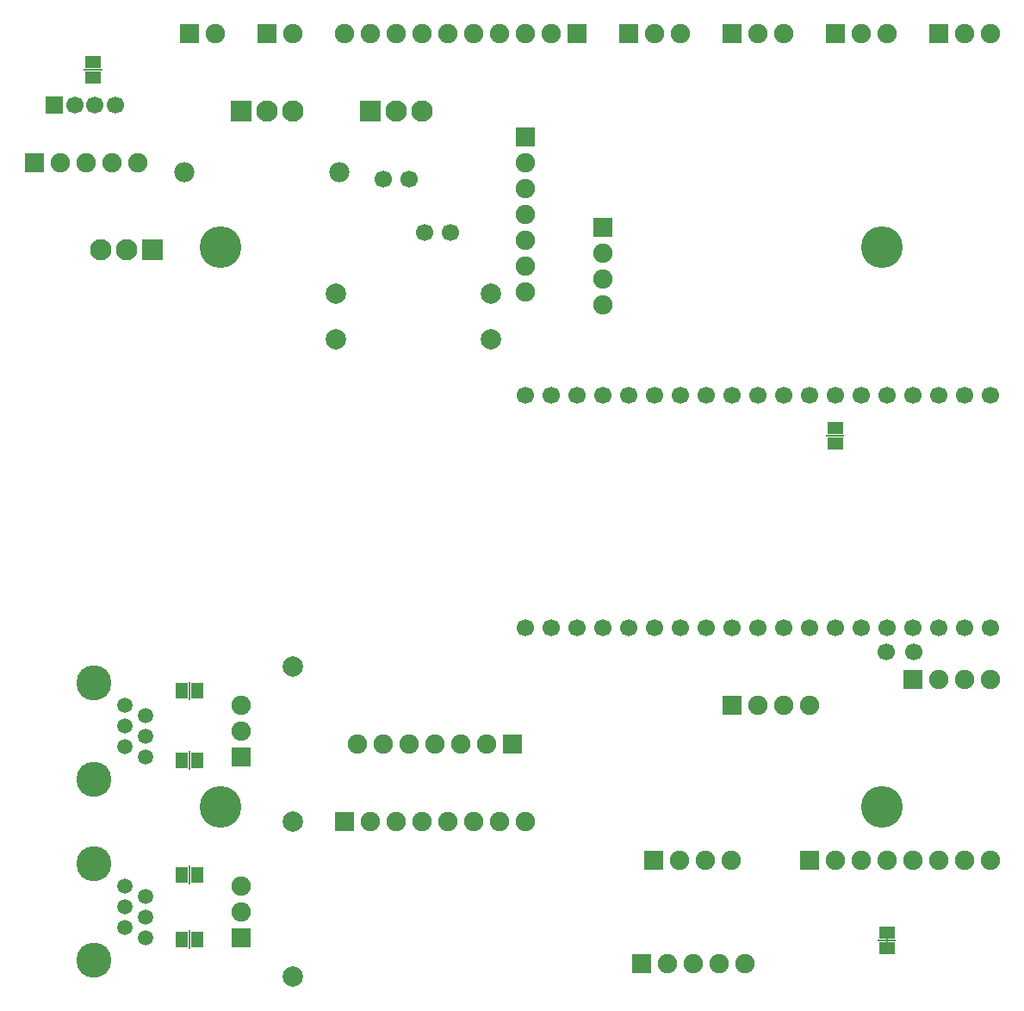
<source format=gbs>
G04 DipTrace 3.3.1.3*
G04 BottomMask.GBS*
%MOIN*%
G04 #@! TF.FileFunction,Soldermask,Bot*
G04 #@! TF.Part,Single*
%ADD18R,0.066929X0.066929*%
%ADD19C,0.066929*%
%ADD25C,0.059055*%
%ADD26R,0.074803X0.074803*%
%ADD27C,0.074803*%
%ADD34R,0.063X0.046*%
%ADD35R,0.008X0.025*%
%ADD36R,0.046X0.063*%
%ADD40C,0.161417*%
%ADD41C,0.135827*%
%ADD46C,0.066929*%
%ADD55C,0.077874*%
%ADD57C,0.077874*%
%ADD59C,0.07874*%
%ADD61C,0.082677*%
%ADD62R,0.082677X0.082677*%
%FSLAX26Y26*%
G04*
G70*
G90*
G75*
G01*
G04 BotMask*
%LPD*%
D26*
X684252Y3800000D3*
D27*
X784252D3*
D46*
X1596752Y3031251D3*
X1696752D3*
X1534252Y3237500D3*
X1434252D3*
D18*
X162500Y3525000D3*
D19*
X241240D3*
X319980D3*
X398720D3*
D26*
X984252Y3800000D3*
D27*
X1084252D3*
D40*
X807087Y2972441D3*
X3366142D3*
Y807087D3*
X807087D3*
D26*
X2434252Y200000D3*
D27*
X2534252D3*
X2634252D3*
X2734252D3*
X2834252D3*
D26*
X1284252Y750000D3*
D27*
X1384252D3*
X1484252D3*
X1584252D3*
X1684252D3*
X1784252D3*
X1884252D3*
X1984252D3*
D26*
X1934252Y1050000D3*
D27*
X1834252D3*
X1734252D3*
X1634252D3*
X1534252D3*
X1434252D3*
X1334252D3*
D26*
X3084252Y600000D3*
D27*
X3184252D3*
X3284252D3*
X3384252D3*
X3484252D3*
X3584252D3*
X3684252D3*
X3784252D3*
D26*
X2784252Y1200000D3*
D27*
X2884252D3*
X2984252D3*
X3084252D3*
D26*
X2484005Y600000D3*
D27*
X2584005D3*
X2684005D3*
X2784005D3*
D26*
X3484252Y1300000D3*
D27*
X3584252D3*
X3684252D3*
X3784252D3*
D26*
X1984252Y3400000D3*
D27*
Y3300000D3*
Y3200000D3*
Y3100000D3*
Y3000000D3*
Y2900000D3*
Y2800000D3*
D26*
X2284252Y3050000D3*
D27*
Y2950000D3*
Y2850000D3*
Y2750000D3*
D26*
X2184252Y3800000D3*
D27*
X2084252D3*
X1984252D3*
X1884252D3*
X1784252D3*
X1684252D3*
X1584252D3*
X1484252D3*
X1384252D3*
X1284252D3*
D26*
X884252Y1000000D3*
D27*
Y1100000D3*
Y1200000D3*
D26*
Y300000D3*
D27*
Y400000D3*
Y500000D3*
D26*
X84252Y3300000D3*
D27*
X184252D3*
X284252D3*
X384252D3*
X484252D3*
D26*
X2384252Y3800000D3*
D27*
X2484252D3*
X2584252D3*
D26*
X2784252D3*
D27*
X2884252D3*
X2984252D3*
D26*
X3184252D3*
D27*
X3284252D3*
X3384252D3*
D26*
X3584252D3*
D27*
X3684252D3*
X3784252D3*
D62*
X884252Y3500000D3*
D61*
X984252D3*
X1084252D3*
D59*
X1253003Y2793751D3*
X1853003D3*
Y2618749D3*
X1253003D3*
D57*
X665501Y3262500D3*
D55*
X1265501D3*
D59*
X1084252Y750000D3*
Y150000D3*
Y750000D3*
Y1350000D3*
D25*
X434252Y500000D3*
Y420079D3*
Y340157D3*
X514173Y300157D3*
Y380079D3*
Y460000D3*
D41*
X314213Y212598D3*
X314205Y587480D3*
D25*
X434252Y1200000D3*
Y1120079D3*
Y1040157D3*
X514173Y1000157D3*
Y1080079D3*
Y1160000D3*
D41*
X314213Y912598D3*
X314205Y1287480D3*
D46*
X3381251Y1406249D3*
X3487500D3*
D19*
X1984252Y2400000D3*
X2084252D3*
X2184252D3*
X2284252D3*
X2384252D3*
X2484252D3*
X2584252D3*
X2684252D3*
X2784252D3*
X2884252D3*
X2984252D3*
X3084252D3*
X3184252D3*
X3284252D3*
X3384252D3*
X3484252D3*
X3584252D3*
X3684252D3*
X3784252D3*
X1984252Y1500000D3*
X2084252D3*
X2184252D3*
X2284252D3*
X2384252D3*
X2484252D3*
X2584252D3*
X2684252D3*
X2784252D3*
X2884252D3*
X2984252D3*
X3084252D3*
X3184252D3*
X3284252D3*
X3384252D3*
X3484252D3*
X3584252D3*
X3684252D3*
X3784252D3*
G36*
X3348252Y287430D2*
X3420252D1*
Y293436D1*
X3348252D1*
Y287430D1*
G37*
D34*
X3384252Y260433D3*
Y320433D3*
D35*
Y290433D3*
G36*
X3148252Y2241997D2*
X3220252D1*
Y2248003D1*
X3148252D1*
Y2241997D1*
G37*
D34*
X3184252Y2215000D3*
Y2275000D3*
D62*
X1384252Y3500000D3*
D61*
X1484252D3*
X1584252D3*
G36*
X688504Y507751D2*
X682498D1*
Y579751D1*
X688504D1*
Y507751D1*
G37*
D36*
X715501Y543751D3*
X655501D3*
G36*
X688506Y951500D2*
X682500D1*
Y1023500D1*
X688506D1*
Y951500D1*
G37*
D36*
X715503Y987500D3*
X655503D3*
G36*
X688506Y257751D2*
X682500D1*
Y329751D1*
X688506D1*
Y257751D1*
G37*
D36*
X715503Y293751D3*
X655503D3*
G36*
X688506Y1220249D2*
X682500D1*
Y1292249D1*
X688506D1*
Y1220249D1*
G37*
D36*
X715503Y1256249D3*
X655503D3*
D62*
X543751Y2964370D3*
D61*
X443751D3*
X343751D3*
G36*
X276500Y3658248D2*
X348500D1*
Y3664254D1*
X276500D1*
Y3658248D1*
G37*
D34*
X312500Y3631251D3*
Y3691251D3*
M02*

</source>
